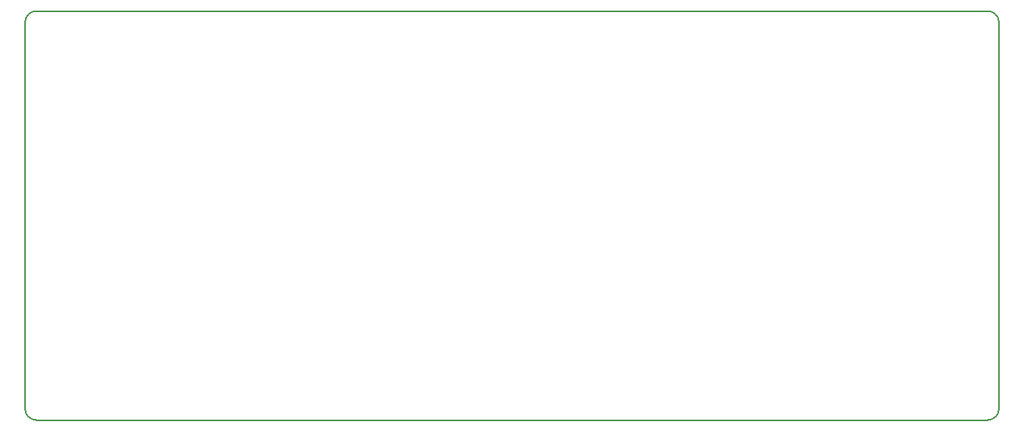
<source format=gbr>
G04 #@! TF.FileFunction,Profile,NP*
%FSLAX46Y46*%
G04 Gerber Fmt 4.6, Leading zero omitted, Abs format (unit mm)*
G04 Created by KiCad (PCBNEW 4.0.7) date 06/27/18 15:52:41*
%MOMM*%
%LPD*%
G01*
G04 APERTURE LIST*
%ADD10C,0.150000*%
G04 APERTURE END LIST*
D10*
X29210000Y-68580000D02*
X29210000Y-25400000D01*
X136652000Y-69850000D02*
X30480000Y-69850000D01*
X137922000Y-25400000D02*
X137922000Y-68580000D01*
X30480000Y-24130000D02*
X136652000Y-24130000D01*
X29210000Y-68580000D02*
G75*
G03X30480000Y-69850000I1270000J0D01*
G01*
X30480000Y-24130000D02*
G75*
G03X29210000Y-25400000I0J-1270000D01*
G01*
X137922000Y-25400000D02*
G75*
G03X136652000Y-24130000I-1270000J0D01*
G01*
X136652000Y-69850000D02*
G75*
G03X137922000Y-68580000I0J1270000D01*
G01*
M02*

</source>
